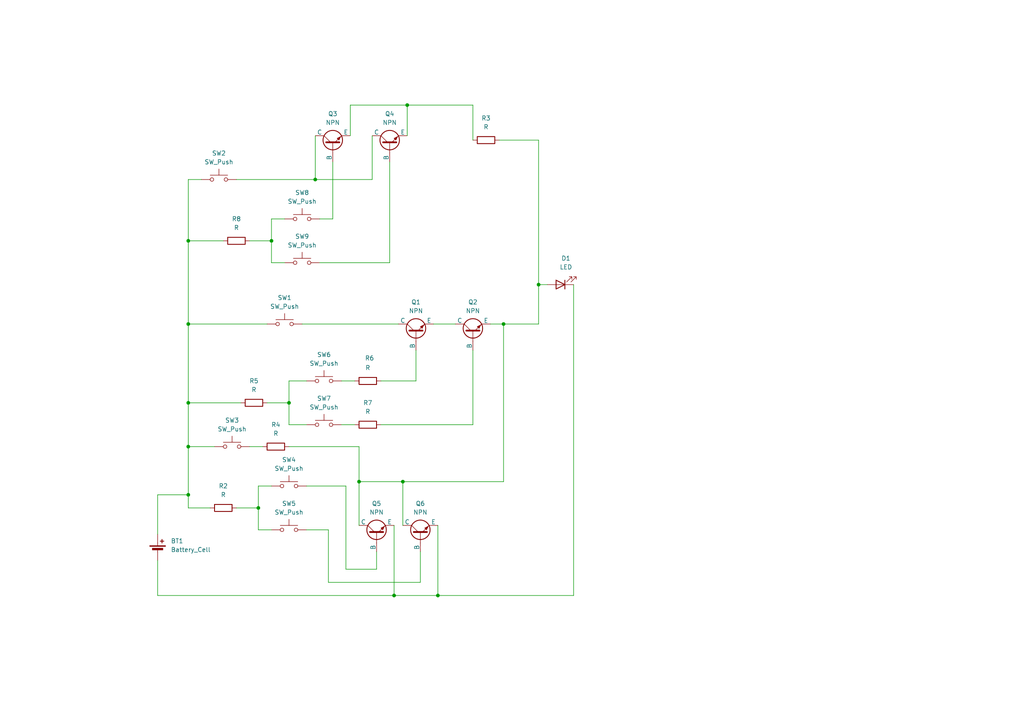
<source format=kicad_sch>
(kicad_sch (version 20250114) (generator "eeschema") (generator_version "9.0")
  (paper "A4")
  (lib_symbols
    (symbol "Device:Battery_Cell" (pin_numbers (hide yes)) (pin_names (offset 0) (hide yes))
      (property "Reference" "BT" (at 2.54 2.54 0))
      (property "Value" "Battery_Cell" (at 2.54 0 0))
      (symbol "Battery_Cell_0_1"
        (rectangle (start -2.286 1.778) (end 2.286 1.524) (fill (type outline)))
        (rectangle (start -1.524 1.016) (end 1.524 0.508) (fill (type outline)))
        (polyline (pts (xy 0 1.778) (xy 0 2.54)))
        (polyline (pts (xy 0 0.762) (xy 0 0)))
        (polyline (pts (xy 0.762 3.048) (xy 1.778 3.048)) (stroke (width 0.254)))
        (polyline (pts (xy 1.27 3.556) (xy 1.27 2.54)) (stroke (width 0.254)))
      )
      (symbol "Battery_Cell_1_1"
        (pin passive line (at 0 5.08 270) (length 2.54) (name "+") (number "1"))
        (pin passive line (at 0 -2.54 90) (length 2.54) (name "-") (number "2"))
      )
    )
    (symbol "Device:LED" (pin_numbers (hide yes)) (pin_names (offset 1.016) (hide yes))
      (property "Reference" "D" (at 0 2.54 0))
      (property "Value" "LED" (at 0 -2.54 0))
      (symbol "LED_0_1"
        (polyline (pts (xy -3.048 -0.762) (xy -4.572 -2.286) (xy -3.81 -2.286) (xy -4.572 -2.286) (xy -4.572 -1.524)))
        (polyline (pts (xy -1.778 -0.762) (xy -3.302 -2.286) (xy -2.54 -2.286) (xy -3.302 -2.286) (xy -3.302 -1.524)))
        (polyline (pts (xy -1.27 0) (xy 1.27 0)))
        (polyline (pts (xy -1.27 -1.27) (xy -1.27 1.27)) (stroke (width 0.254)))
        (polyline (pts (xy 1.27 -1.27) (xy 1.27 1.27) (xy -1.27 0) (xy 1.27 -1.27)) (stroke (width 0.254)))
      )
      (symbol "LED_1_1"
        (pin passive line (at -3.81 0 0) (length 2.54) (name "K") (number "1"))
        (pin passive line (at 3.81 0 180) (length 2.54) (name "A") (number "2"))
      )
    )
    (symbol "Device:R" (pin_numbers (hide yes)) (pin_names (offset 0))
      (property "Reference" "R" (at 2.032 0 90))
      (property "Value" "R" (at 0 0 90))
      (symbol "R_0_1"
        (rectangle (start -1.016 -2.54) (end 1.016 2.54) (stroke (width 0.254)))
      )
      (symbol "R_1_1"
        (pin passive line (at 0 3.81 270) (length 1.27) (name "~") (number "1"))
        (pin passive line (at 0 -3.81 90) (length 1.27) (name "~") (number "2"))
      )
    )
    (symbol "Simulation_SPICE:NPN" (pin_numbers (hide yes)) (pin_names (offset 0))
      (property "Reference" "Q" (at -2.54 7.62 0))
      (property "Value" "NPN" (at -2.54 5.08 0))
      (symbol "NPN_0_1"
        (polyline (pts (xy -2.54 0) (xy 0.635 0)) (stroke (width 0.1524)))
        (polyline (pts (xy 0.635 1.905) (xy 0.635 -1.905) (xy 0.635 -1.905)) (stroke (width 0.508)))
        (polyline (pts (xy 0.635 0.635) (xy 2.54 2.54)))
        (polyline (pts (xy 0.635 -0.635) (xy 2.54 -2.54) (xy 2.54 -2.54)))
        (circle (center 1.27 0) (radius 2.8194) (stroke (width 0.254)))
        (polyline (pts (xy 1.27 -1.778) (xy 1.778 -1.27) (xy 2.286 -2.286) (xy 1.27 -1.778) (xy 1.27 -1.778)) (fill (type outline)))
        (polyline (pts (xy 2.794 -1.27) (xy 2.794 -1.27)) (stroke (width 0.1524)))
        (polyline (pts (xy 2.794 -1.27) (xy 2.794 -1.27)) (stroke (width 0.1524)))
      )
      (symbol "NPN_1_1"
        (pin input line (at -5.08 0 0) (length 2.54) (name "B") (number "2"))
        (pin open_collector line (at 2.54 5.08 270) (length 2.54) (name "C") (number "1"))
        (pin open_emitter line (at 2.54 -5.08 90) (length 2.54) (name "E") (number "3"))
      )
    )
    (symbol "Switch:SW_Push" (pin_numbers (hide yes)) (pin_names (offset 1.016) (hide yes))
      (property "Reference" "SW" (at 1.27 2.54 0))
      (property "Value" "SW_Push" (at 0 -1.524 0))
      (symbol "SW_Push_0_1"
        (circle (center -2.032 0) (radius 0.508))
        (polyline (pts (xy 0 1.27) (xy 0 3.048)))
        (circle (center 2.032 0) (radius 0.508))
        (polyline (pts (xy 2.54 1.27) (xy -2.54 1.27)))
        (pin passive line (at -5.08 0 0) (length 2.54) (name "1") (number "1"))
        (pin passive line (at 5.08 0 180) (length 2.54) (name "2") (number "2"))
      )
    )
  )
  (junction (at 104.14 139.7))
  (junction (at 54.61 116.84))
  (junction (at 54.61 143.51))
  (junction (at 54.61 69.85))
  (junction (at 114.3 172.72))
  (junction (at 78.74 69.85))
  (junction (at 91.44 52.07))
  (junction (at 74.93 147.32))
  (junction (at 116.84 139.7))
  (junction (at 54.61 93.98))
  (junction (at 118.11 30.48))
  (junction (at 156.21 82.55))
  (junction (at 83.82 116.84))
  (junction (at 127 172.72))
  (junction (at 146.05 93.98))
  (junction (at 54.61 129.54))
  (wire (pts (xy 156.21 93.98) (xy 156.21 82.55)))
  (wire (pts (xy 88.9 140.97) (xy 100.33 140.97)))
  (wire (pts (xy 116.84 152.4) (xy 116.84 139.7)))
  (wire (pts (xy 64.77 69.85) (xy 54.61 69.85)))
  (wire (pts (xy 107.95 39.37) (xy 107.95 52.07)))
  (wire (pts (xy 92.71 76.2) (xy 113.03 76.2)))
  (wire (pts (xy 54.61 52.07) (xy 58.42 52.07)))
  (wire (pts (xy 83.82 116.84) (xy 83.82 110.49)))
  (wire (pts (xy 54.61 147.32) (xy 60.96 147.32)))
  (wire (pts (xy 54.61 52.07) (xy 54.61 69.85)))
  (wire (pts (xy 101.6 30.48) (xy 118.11 30.48)))
  (wire (pts (xy 104.14 129.54) (xy 83.82 129.54)))
  (wire (pts (xy 96.52 46.99) (xy 96.52 63.5)))
  (wire (pts (xy 120.65 110.49) (xy 110.49 110.49)))
  (wire (pts (xy 78.74 76.2) (xy 78.74 69.85)))
  (wire (pts (xy 54.61 116.84) (xy 54.61 129.54)))
  (wire (pts (xy 74.93 153.67) (xy 78.74 153.67)))
  (wire (pts (xy 137.16 101.6) (xy 137.16 123.19)))
  (wire (pts (xy 101.6 39.37) (xy 101.6 30.48)))
  (wire (pts (xy 54.61 93.98) (xy 54.61 116.84)))
  (wire (pts (xy 78.74 69.85) (xy 72.39 69.85)))
  (wire (pts (xy 45.72 172.72) (xy 45.72 162.56)))
  (wire (pts (xy 100.33 165.1) (xy 109.22 165.1)))
  (wire (pts (xy 87.63 93.98) (xy 115.57 93.98)))
  (wire (pts (xy 77.47 116.84) (xy 83.82 116.84)))
  (wire (pts (xy 109.22 165.1) (xy 109.22 160.02)))
  (wire (pts (xy 146.05 93.98) (xy 146.05 139.7)))
  (wire (pts (xy 74.93 140.97) (xy 78.74 140.97)))
  (wire (pts (xy 121.92 160.02) (xy 121.92 168.91)))
  (wire (pts (xy 114.3 152.4) (xy 114.3 172.72)))
  (wire (pts (xy 91.44 52.07) (xy 91.44 39.37)))
  (wire (pts (xy 95.25 153.67) (xy 88.9 153.67)))
  (wire (pts (xy 74.93 153.67) (xy 74.93 147.32)))
  (wire (pts (xy 74.93 140.97) (xy 74.93 147.32)))
  (wire (pts (xy 127 152.4) (xy 127 172.72)))
  (wire (pts (xy 45.72 143.51) (xy 54.61 143.51)))
  (wire (pts (xy 146.05 93.98) (xy 156.21 93.98)))
  (wire (pts (xy 54.61 129.54) (xy 62.23 129.54)))
  (wire (pts (xy 95.25 153.67) (xy 95.25 168.91)))
  (wire (pts (xy 113.03 46.99) (xy 113.03 76.2)))
  (wire (pts (xy 54.61 116.84) (xy 69.85 116.84)))
  (wire (pts (xy 54.61 93.98) (xy 77.47 93.98)))
  (wire (pts (xy 96.52 63.5) (xy 92.71 63.5)))
  (wire (pts (xy 99.06 123.19) (xy 102.87 123.19)))
  (wire (pts (xy 127 172.72) (xy 166.37 172.72)))
  (wire (pts (xy 88.9 123.19) (xy 83.82 123.19)))
  (wire (pts (xy 156.21 40.64) (xy 156.21 82.55)))
  (wire (pts (xy 156.21 40.64) (xy 144.78 40.64)))
  (wire (pts (xy 83.82 123.19) (xy 83.82 116.84)))
  (wire (pts (xy 68.58 52.07) (xy 91.44 52.07)))
  (wire (pts (xy 54.61 147.32) (xy 54.61 143.51)))
  (wire (pts (xy 72.39 129.54) (xy 76.2 129.54)))
  (wire (pts (xy 110.49 123.19) (xy 137.16 123.19)))
  (wire (pts (xy 83.82 110.49) (xy 88.9 110.49)))
  (wire (pts (xy 107.95 52.07) (xy 91.44 52.07)))
  (wire (pts (xy 45.72 154.94) (xy 45.72 143.51)))
  (wire (pts (xy 54.61 69.85) (xy 54.61 93.98)))
  (wire (pts (xy 78.74 63.5) (xy 82.55 63.5)))
  (wire (pts (xy 78.74 76.2) (xy 82.55 76.2)))
  (wire (pts (xy 104.14 139.7) (xy 104.14 152.4)))
  (wire (pts (xy 118.11 30.48) (xy 118.11 39.37)))
  (wire (pts (xy 166.37 82.55) (xy 166.37 172.72)))
  (wire (pts (xy 118.11 30.48) (xy 137.16 30.48)))
  (wire (pts (xy 104.14 129.54) (xy 104.14 139.7)))
  (wire (pts (xy 114.3 172.72) (xy 45.72 172.72)))
  (wire (pts (xy 78.74 63.5) (xy 78.74 69.85)))
  (wire (pts (xy 95.25 168.91) (xy 121.92 168.91)))
  (wire (pts (xy 142.24 93.98) (xy 146.05 93.98)))
  (wire (pts (xy 156.21 82.55) (xy 158.75 82.55)))
  (wire (pts (xy 116.84 139.7) (xy 104.14 139.7)))
  (wire (pts (xy 99.06 110.49) (xy 102.87 110.49)))
  (wire (pts (xy 125.73 93.98) (xy 132.08 93.98)))
  (wire (pts (xy 127 172.72) (xy 114.3 172.72)))
  (wire (pts (xy 54.61 129.54) (xy 54.61 143.51)))
  (wire (pts (xy 74.93 147.32) (xy 68.58 147.32)))
  (wire (pts (xy 120.65 101.6) (xy 120.65 110.49)))
  (wire (pts (xy 100.33 140.97) (xy 100.33 165.1)))
  (wire (pts (xy 137.16 30.48) (xy 137.16 40.64)))
  (wire (pts (xy 116.84 139.7) (xy 146.05 139.7)))
  (symbol (lib_id "Simulation_SPICE:NPN") (at 109.22 154.94 90) (unit 1)
    (property "Reference" "Q5" (at 109.22 146.05 90))
    (property "Value" "NPN" (at 109.22 148.59 90))
    (property "Footprint" "Package_TO_SOT_THT:TO-92L_HandSolder" (effects (hide yes)))
    (property "Datasheet" "https://ngspice.sourceforge.io/docs/ngspice-html-manual/manual.xhtml#cha_BJTs" (effects (hide yes)))
    (property "Description" "Bipolar transistor symbol for simulation only, substrate tied to the emitter" (effects (hide yes)))
    (property "Sim.Device" "NPN" (effects (hide yes)))
    (property "Sim.Type" "GUMMELPOON" (effects (hide yes)))
    (property "Sim.Pins" "1=C 2=B 3=E" (effects (hide yes)))
  )
  (symbol (lib_id "Device:LED") (at 162.56 82.55 180) (unit 1)
    (property "Reference" "D1" (at 164.1475 74.93 0))
    (property "Value" "LED" (at 164.1475 77.47 0))
    (property "Footprint" "LED_THT:LED_D5.0mm" (effects (hide yes)))
    (property "Description" "Light emitting diode" (effects (hide yes)))
    (property "Sim.Pins" "1=K 2=A" (effects (hide yes)))
  )
  (symbol (lib_id "Switch:SW_Push") (at 67.31 129.54 0) (unit 1)
    (property "Reference" "SW3" (at 67.31 121.92 0))
    (property "Value" "SW_Push" (at 67.31 124.46 0))
    (property "Footprint" "Button_Switch_THT:SW_PUSH_6mm" (effects (hide yes)))
    (property "Description" "Push button switch, generic, two pins" (effects (hide yes)))
  )
  (symbol (lib_id "Switch:SW_Push") (at 87.63 63.5 0) (unit 1)
    (property "Reference" "SW8" (at 87.63 55.88 0))
    (property "Value" "SW_Push" (at 87.63 58.42 0))
    (property "Footprint" "Button_Switch_THT:SW_PUSH_6mm" (effects (hide yes)))
    (property "Description" "Push button switch, generic, two pins" (effects (hide yes)))
  )
  (symbol (lib_id "Switch:SW_Push") (at 63.5 52.07 0) (unit 1)
    (property "Reference" "SW2" (at 63.5 44.45 0))
    (property "Value" "SW_Push" (at 63.5 46.99 0))
    (property "Footprint" "Button_Switch_THT:SW_PUSH_6mm" (effects (hide yes)))
    (property "Description" "Push button switch, generic, two pins" (effects (hide yes)))
  )
  (symbol (lib_id "Simulation_SPICE:NPN") (at 113.03 41.91 90) (unit 1)
    (property "Reference" "Q4" (at 113.03 33.02 90))
    (property "Value" "NPN" (at 113.03 35.56 90))
    (property "Footprint" "Package_TO_SOT_THT:TO-92L_HandSolder" (effects (hide yes)))
    (property "Datasheet" "https://ngspice.sourceforge.io/docs/ngspice-html-manual/manual.xhtml#cha_BJTs" (effects (hide yes)))
    (property "Description" "Bipolar transistor symbol for simulation only, substrate tied to the emitter" (effects (hide yes)))
    (property "Sim.Device" "NPN" (effects (hide yes)))
    (property "Sim.Type" "GUMMELPOON" (effects (hide yes)))
    (property "Sim.Pins" "1=C 2=B 3=E" (effects (hide yes)))
  )
  (symbol (lib_id "Device:R") (at 64.77 147.32 90) (unit 1)
    (property "Reference" "R2" (at 64.77 140.97 90))
    (property "Value" "R" (at 64.77 143.51 90))
    (property "Footprint" "Resistor_THT:R_Axial_DIN0207_L6.3mm_D2.5mm_P7.62mm_Horizontal" (effects (hide yes)))
    (property "Description" "Resistor" (effects (hide yes)))
  )
  (symbol (lib_id "Device:R") (at 106.68 123.19 90) (unit 1)
    (property "Reference" "R7" (at 106.68 116.84 90))
    (property "Value" "R" (at 106.68 119.38 90))
    (property "Footprint" "Resistor_THT:R_Axial_DIN0207_L6.3mm_D2.5mm_P7.62mm_Horizontal" (effects (hide yes)))
    (property "Description" "Resistor" (effects (hide yes)))
  )
  (symbol (lib_id "Switch:SW_Push") (at 82.55 93.98 0) (unit 1)
    (property "Reference" "SW1" (at 82.55 86.36 0))
    (property "Value" "SW_Push" (at 82.55 88.9 0))
    (property "Footprint" "Button_Switch_THT:SW_PUSH_6mm" (effects (hide yes)))
    (property "Description" "Push button switch, generic, two pins" (effects (hide yes)))
  )
  (symbol (lib_id "Simulation_SPICE:NPN") (at 120.65 96.52 90) (unit 1)
    (property "Reference" "Q1" (at 120.65 87.63 90))
    (property "Value" "NPN" (at 120.65 90.17 90))
    (property "Footprint" "Package_TO_SOT_THT:TO-92L_HandSolder" (effects (hide yes)))
    (property "Datasheet" "https://ngspice.sourceforge.io/docs/ngspice-html-manual/manual.xhtml#cha_BJTs" (effects (hide yes)))
    (property "Description" "Bipolar transistor symbol for simulation only, substrate tied to the emitter" (effects (hide yes)))
    (property "Sim.Device" "NPN" (effects (hide yes)))
    (property "Sim.Type" "GUMMELPOON" (effects (hide yes)))
    (property "Sim.Pins" "1=C 2=B 3=E" (effects (hide yes)))
  )
  (symbol (lib_id "Simulation_SPICE:NPN") (at 137.16 96.52 90) (unit 1)
    (property "Reference" "Q2" (at 137.16 87.63 90))
    (property "Value" "NPN" (at 137.16 90.17 90))
    (property "Footprint" "Package_TO_SOT_THT:TO-92L_HandSolder" (effects (hide yes)))
    (property "Datasheet" "https://ngspice.sourceforge.io/docs/ngspice-html-manual/manual.xhtml#cha_BJTs" (effects (hide yes)))
    (property "Description" "Bipolar transistor symbol for simulation only, substrate tied to the emitter" (effects (hide yes)))
    (property "Sim.Device" "NPN" (effects (hide yes)))
    (property "Sim.Type" "GUMMELPOON" (effects (hide yes)))
    (property "Sim.Pins" "1=C 2=B 3=E" (effects (hide yes)))
  )
  (symbol (lib_id "Switch:SW_Push") (at 83.82 140.97 0) (unit 1)
    (property "Reference" "SW4" (at 83.82 133.35 0))
    (property "Value" "SW_Push" (at 83.82 135.89 0))
    (property "Footprint" "Button_Switch_THT:SW_PUSH_6mm" (effects (hide yes)))
    (property "Description" "Push button switch, generic, two pins" (effects (hide yes)))
  )
  (symbol (lib_id "Device:Battery_Cell") (at 45.72 160.02 0) (unit 1)
    (property "Reference" "BT1" (at 49.53 156.9084 0) (effects (justify left)))
    (property "Value" "Battery_Cell" (at 49.53 159.4484 0) (effects (justify left)))
    (property "Footprint" "Battery:BatteryHolder_Keystone_3034_1x20mm" (effects (hide yes)))
    (property "Description" "Single-cell battery" (effects (hide yes)))
  )
  (symbol (lib_id "Switch:SW_Push") (at 83.82 153.67 0) (unit 1)
    (property "Reference" "SW5" (at 83.82 146.05 0))
    (property "Value" "SW_Push" (at 83.82 148.59 0))
    (property "Footprint" "Button_Switch_THT:SW_PUSH_6mm" (effects (hide yes)))
    (property "Description" "Push button switch, generic, two pins" (effects (hide yes)))
  )
  (symbol (lib_id "Switch:SW_Push") (at 87.63 76.2 0) (unit 1)
    (property "Reference" "SW9" (at 87.63 68.58 0))
    (property "Value" "SW_Push" (at 87.63 71.12 0))
    (property "Footprint" "Button_Switch_THT:SW_PUSH_6mm" (effects (hide yes)))
    (property "Description" "Push button switch, generic, two pins" (effects (hide yes)))
  )
  (symbol (lib_id "Simulation_SPICE:NPN") (at 121.92 154.94 90) (unit 1)
    (property "Reference" "Q6" (at 121.92 146.05 90))
    (property "Value" "NPN" (at 121.92 148.59 90))
    (property "Footprint" "Package_TO_SOT_THT:TO-92L_HandSolder" (effects (hide yes)))
    (property "Datasheet" "https://ngspice.sourceforge.io/docs/ngspice-html-manual/manual.xhtml#cha_BJTs" (effects (hide yes)))
    (property "Description" "Bipolar transistor symbol for simulation only, substrate tied to the emitter" (effects (hide yes)))
    (property "Sim.Device" "NPN" (effects (hide yes)))
    (property "Sim.Type" "GUMMELPOON" (effects (hide yes)))
    (property "Sim.Pins" "1=C 2=B 3=E" (effects (hide yes)))
  )
  (symbol (lib_id "Switch:SW_Push") (at 93.98 123.19 0) (unit 1)
    (property "Reference" "SW7" (at 93.98 115.57 0))
    (property "Value" "SW_Push" (at 93.98 118.11 0))
    (property "Footprint" "Button_Switch_THT:SW_PUSH_6mm" (effects (hide yes)))
    (property "Description" "Push button switch, generic, two pins" (effects (hide yes)))
  )
  (symbol (lib_id "Device:R") (at 80.01 129.54 90) (unit 1)
    (property "Reference" "R4" (at 80.01 123.19 90))
    (property "Value" "R" (at 80.01 125.73 90))
    (property "Footprint" "Resistor_THT:R_Axial_DIN0207_L6.3mm_D2.5mm_P7.62mm_Horizontal" (effects (hide yes)))
    (property "Description" "Resistor" (effects (hide yes)))
  )
  (symbol (lib_id "Device:R") (at 106.68 110.49 90) (unit 1)
    (property "Reference" "R6" (at 107.188 103.886 90))
    (property "Value" "R" (at 106.68 106.68 90))
    (property "Footprint" "Resistor_THT:R_Axial_DIN0207_L6.3mm_D2.5mm_P7.62mm_Horizontal" (effects (hide yes)))
    (property "Description" "Resistor" (effects (hide yes)))
  )
  (symbol (lib_id "Device:R") (at 140.97 40.64 90) (unit 1)
    (property "Reference" "R3" (at 140.97 34.29 90))
    (property "Value" "R" (at 140.97 36.83 90))
    (property "Footprint" "Resistor_THT:R_Axial_DIN0207_L6.3mm_D2.5mm_P7.62mm_Horizontal" (effects (hide yes)))
    (property "Description" "Resistor" (effects (hide yes)))
  )
  (symbol (lib_id "Device:R") (at 73.66 116.84 90) (unit 1)
    (property "Reference" "R5" (at 73.66 110.49 90))
    (property "Value" "R" (at 73.66 113.03 90))
    (property "Footprint" "Resistor_THT:R_Axial_DIN0207_L6.3mm_D2.5mm_P7.62mm_Horizontal" (effects (hide yes)))
    (property "Description" "Resistor" (effects (hide yes)))
  )
  (symbol (lib_id "Switch:SW_Push") (at 93.98 110.49 0) (unit 1)
    (property "Reference" "SW6" (at 93.98 102.87 0))
    (property "Value" "SW_Push" (at 93.98 105.41 0))
    (property "Footprint" "Button_Switch_THT:SW_PUSH_6mm" (effects (hide yes)))
    (property "Description" "Push button switch, generic, two pins" (effects (hide yes)))
  )
  (symbol (lib_id "Simulation_SPICE:NPN") (at 96.52 41.91 90) (unit 1)
    (property "Reference" "Q3" (at 96.52 33.02 90))
    (property "Value" "NPN" (at 96.52 35.56 90))
    (property "Footprint" "Package_TO_SOT_THT:TO-92L_HandSolder" (effects (hide yes)))
    (property "Datasheet" "https://ngspice.sourceforge.io/docs/ngspice-html-manual/manual.xhtml#cha_BJTs" (effects (hide yes)))
    (property "Description" "Bipolar transistor symbol for simulation only, substrate tied to the emitter" (effects (hide yes)))
    (property "Sim.Device" "NPN" (effects (hide yes)))
    (property "Sim.Type" "GUMMELPOON" (effects (hide yes)))
    (property "Sim.Pins" "1=C 2=B 3=E" (effects (hide yes)))
  )
  (symbol (lib_id "Device:R") (at 68.58 69.85 90) (unit 1)
    (property "Reference" "R8" (at 68.58 63.5 90))
    (property "Value" "R" (at 68.58 66.04 90))
    (property "Footprint" "Resistor_THT:R_Axial_DIN0207_L6.3mm_D2.5mm_P7.62mm_Horizontal" (effects (hide yes)))
    (property "Description" "Resistor" (effects (hide yes)))
  )
)
</source>
